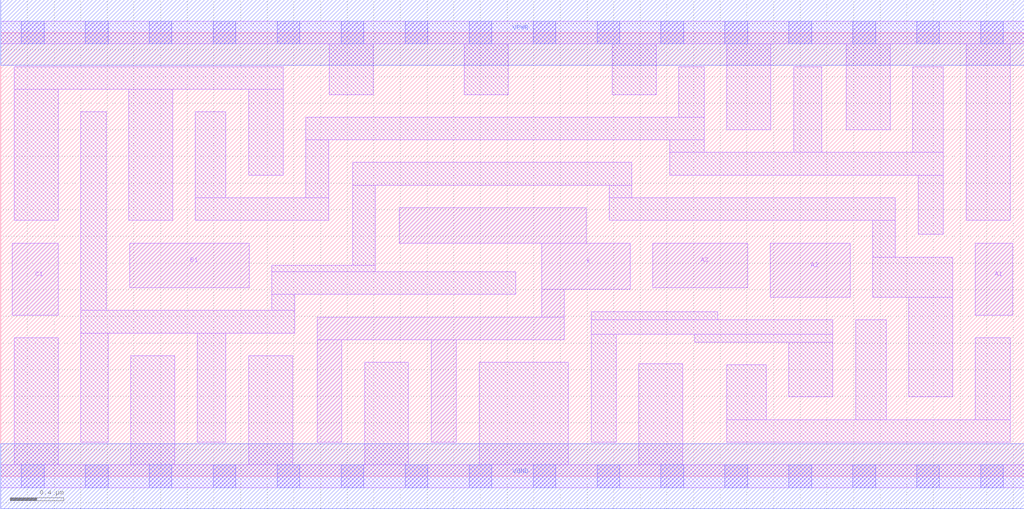
<source format=lef>
# Copyright 2020 The SkyWater PDK Authors
#
# Licensed under the Apache License, Version 2.0 (the "License");
# you may not use this file except in compliance with the License.
# You may obtain a copy of the License at
#
#     https://www.apache.org/licenses/LICENSE-2.0
#
# Unless required by applicable law or agreed to in writing, software
# distributed under the License is distributed on an "AS IS" BASIS,
# WITHOUT WARRANTIES OR CONDITIONS OF ANY KIND, either express or implied.
# See the License for the specific language governing permissions and
# limitations under the License.
#
# SPDX-License-Identifier: Apache-2.0

VERSION 5.7 ;
  NAMESCASESENSITIVE ON ;
  NOWIREEXTENSIONATPIN ON ;
  DIVIDERCHAR "/" ;
  BUSBITCHARS "[]" ;
UNITS
  DATABASE MICRONS 200 ;
END UNITS
MACRO sky130_fd_sc_lp__a311o_4
  CLASS CORE ;
  FOREIGN sky130_fd_sc_lp__a311o_4 ;
  ORIGIN  0.000000  0.000000 ;
  SIZE  7.680000 BY  3.330000 ;
  SYMMETRY X Y R90 ;
  SITE unit ;
  PIN A1
    ANTENNAGATEAREA  0.630000 ;
    DIRECTION INPUT ;
    USE SIGNAL ;
    PORT
      LAYER li1 ;
        RECT 7.315000 1.210000 7.595000 1.750000 ;
    END
  END A1
  PIN A2
    ANTENNAGATEAREA  0.630000 ;
    DIRECTION INPUT ;
    USE SIGNAL ;
    PORT
      LAYER li1 ;
        RECT 5.775000 1.345000 6.375000 1.750000 ;
    END
  END A2
  PIN A3
    ANTENNAGATEAREA  0.630000 ;
    DIRECTION INPUT ;
    USE SIGNAL ;
    PORT
      LAYER li1 ;
        RECT 4.895000 1.415000 5.605000 1.750000 ;
    END
  END A3
  PIN B1
    ANTENNAGATEAREA  0.630000 ;
    DIRECTION INPUT ;
    USE SIGNAL ;
    PORT
      LAYER li1 ;
        RECT 0.970000 1.415000 1.865000 1.750000 ;
    END
  END B1
  PIN C1
    ANTENNAGATEAREA  0.630000 ;
    DIRECTION INPUT ;
    USE SIGNAL ;
    PORT
      LAYER li1 ;
        RECT 0.085000 1.210000 0.430000 1.750000 ;
    END
  END C1
  PIN X
    ANTENNADIFFAREA  1.430400 ;
    DIRECTION OUTPUT ;
    USE SIGNAL ;
    PORT
      LAYER li1 ;
        RECT 2.375000 0.255000 2.560000 1.025000 ;
        RECT 2.375000 1.025000 4.230000 1.195000 ;
        RECT 2.990000 1.750000 4.395000 2.015000 ;
        RECT 3.230000 0.255000 3.420000 1.025000 ;
        RECT 4.060000 1.195000 4.230000 1.405000 ;
        RECT 4.060000 1.405000 4.725000 1.750000 ;
    END
  END X
  PIN VGND
    DIRECTION INOUT ;
    USE GROUND ;
    PORT
      LAYER met1 ;
        RECT 0.000000 -0.245000 7.680000 0.245000 ;
    END
  END VGND
  PIN VPWR
    DIRECTION INOUT ;
    USE POWER ;
    PORT
      LAYER met1 ;
        RECT 0.000000 3.085000 7.680000 3.575000 ;
    END
  END VPWR
  OBS
    LAYER li1 ;
      RECT 0.000000 -0.085000 7.680000 0.085000 ;
      RECT 0.000000  3.245000 7.680000 3.415000 ;
      RECT 0.100000  0.085000 0.430000 1.040000 ;
      RECT 0.100000  1.920000 0.430000 2.905000 ;
      RECT 0.100000  2.905000 2.120000 3.075000 ;
      RECT 0.600000  0.255000 0.805000 1.075000 ;
      RECT 0.600000  1.075000 2.205000 1.245000 ;
      RECT 0.600000  1.245000 0.790000 2.735000 ;
      RECT 0.960000  1.920000 1.290000 2.905000 ;
      RECT 0.975000  0.085000 1.305000 0.905000 ;
      RECT 1.460000  1.920000 2.460000 2.090000 ;
      RECT 1.460000  2.090000 1.690000 2.735000 ;
      RECT 1.475000  0.255000 1.690000 1.075000 ;
      RECT 1.860000  0.085000 2.190000 0.905000 ;
      RECT 1.860000  2.260000 2.120000 2.905000 ;
      RECT 2.035000  1.245000 2.205000 1.365000 ;
      RECT 2.035000  1.365000 3.865000 1.535000 ;
      RECT 2.035000  1.535000 2.810000 1.585000 ;
      RECT 2.290000  2.090000 2.460000 2.525000 ;
      RECT 2.290000  2.525000 5.280000 2.695000 ;
      RECT 2.465000  2.865000 2.795000 3.245000 ;
      RECT 2.640000  1.585000 2.810000 2.185000 ;
      RECT 2.640000  2.185000 4.735000 2.355000 ;
      RECT 2.730000  0.085000 3.060000 0.855000 ;
      RECT 3.480000  2.865000 3.810000 3.245000 ;
      RECT 3.590000  0.085000 4.260000 0.855000 ;
      RECT 4.430000  0.255000 4.620000 1.065000 ;
      RECT 4.430000  1.065000 6.245000 1.175000 ;
      RECT 4.430000  1.175000 5.380000 1.235000 ;
      RECT 4.565000  1.920000 6.715000 2.090000 ;
      RECT 4.565000  2.090000 4.735000 2.185000 ;
      RECT 4.590000  2.865000 4.920000 3.245000 ;
      RECT 4.790000  0.085000 5.120000 0.845000 ;
      RECT 5.020000  2.260000 7.075000 2.430000 ;
      RECT 5.020000  2.430000 5.280000 2.525000 ;
      RECT 5.090000  2.695000 5.280000 3.075000 ;
      RECT 5.210000  1.005000 6.245000 1.065000 ;
      RECT 5.450000  0.255000 7.575000 0.425000 ;
      RECT 5.450000  0.425000 5.745000 0.835000 ;
      RECT 5.450000  2.600000 5.780000 3.245000 ;
      RECT 5.915000  0.595000 6.245000 1.005000 ;
      RECT 5.950000  2.430000 6.160000 3.075000 ;
      RECT 6.345000  2.600000 6.675000 3.245000 ;
      RECT 6.415000  0.425000 6.645000 1.175000 ;
      RECT 6.545000  1.345000 7.145000 1.645000 ;
      RECT 6.545000  1.645000 6.715000 1.920000 ;
      RECT 6.815000  0.595000 7.145000 1.345000 ;
      RECT 6.845000  2.430000 7.075000 3.075000 ;
      RECT 6.885000  1.815000 7.075000 2.260000 ;
      RECT 7.245000  1.920000 7.575000 3.245000 ;
      RECT 7.315000  0.425000 7.575000 1.040000 ;
    LAYER mcon ;
      RECT 0.155000 -0.085000 0.325000 0.085000 ;
      RECT 0.155000  3.245000 0.325000 3.415000 ;
      RECT 0.635000 -0.085000 0.805000 0.085000 ;
      RECT 0.635000  3.245000 0.805000 3.415000 ;
      RECT 1.115000 -0.085000 1.285000 0.085000 ;
      RECT 1.115000  3.245000 1.285000 3.415000 ;
      RECT 1.595000 -0.085000 1.765000 0.085000 ;
      RECT 1.595000  3.245000 1.765000 3.415000 ;
      RECT 2.075000 -0.085000 2.245000 0.085000 ;
      RECT 2.075000  3.245000 2.245000 3.415000 ;
      RECT 2.555000 -0.085000 2.725000 0.085000 ;
      RECT 2.555000  3.245000 2.725000 3.415000 ;
      RECT 3.035000 -0.085000 3.205000 0.085000 ;
      RECT 3.035000  3.245000 3.205000 3.415000 ;
      RECT 3.515000 -0.085000 3.685000 0.085000 ;
      RECT 3.515000  3.245000 3.685000 3.415000 ;
      RECT 3.995000 -0.085000 4.165000 0.085000 ;
      RECT 3.995000  3.245000 4.165000 3.415000 ;
      RECT 4.475000 -0.085000 4.645000 0.085000 ;
      RECT 4.475000  3.245000 4.645000 3.415000 ;
      RECT 4.955000 -0.085000 5.125000 0.085000 ;
      RECT 4.955000  3.245000 5.125000 3.415000 ;
      RECT 5.435000 -0.085000 5.605000 0.085000 ;
      RECT 5.435000  3.245000 5.605000 3.415000 ;
      RECT 5.915000 -0.085000 6.085000 0.085000 ;
      RECT 5.915000  3.245000 6.085000 3.415000 ;
      RECT 6.395000 -0.085000 6.565000 0.085000 ;
      RECT 6.395000  3.245000 6.565000 3.415000 ;
      RECT 6.875000 -0.085000 7.045000 0.085000 ;
      RECT 6.875000  3.245000 7.045000 3.415000 ;
      RECT 7.355000 -0.085000 7.525000 0.085000 ;
      RECT 7.355000  3.245000 7.525000 3.415000 ;
  END
END sky130_fd_sc_lp__a311o_4
END LIBRARY

</source>
